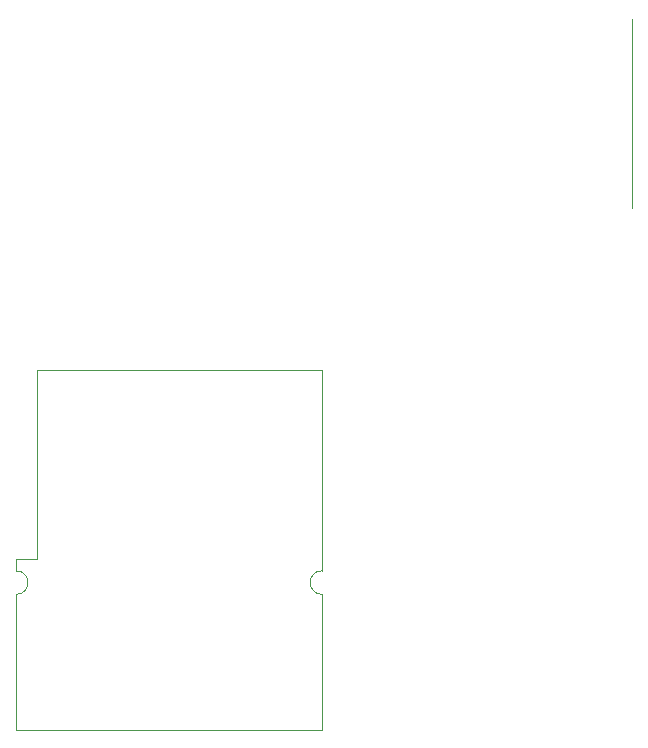
<source format=gbr>
%TF.GenerationSoftware,KiCad,Pcbnew,7.0.10*%
%TF.CreationDate,2024-04-17T19:12:29+01:00*%
%TF.ProjectId,ds_led_cart,64735f6c-6564-45f6-9361-72742e6b6963,rev?*%
%TF.SameCoordinates,Original*%
%TF.FileFunction,Profile,NP*%
%FSLAX46Y46*%
G04 Gerber Fmt 4.6, Leading zero omitted, Abs format (unit mm)*
G04 Created by KiCad (PCBNEW 7.0.10) date 2024-04-17 19:12:29*
%MOMM*%
%LPD*%
G01*
G04 APERTURE LIST*
%TA.AperFunction,Profile*%
%ADD10C,0.100000*%
%TD*%
G04 APERTURE END LIST*
D10*
X123287500Y-105740000D02*
X123295000Y-89740000D01*
X147435000Y-106740000D02*
X147435000Y-89740000D01*
X121520000Y-106740000D02*
X121520000Y-105740000D01*
X121520000Y-108740000D02*
G75*
G03*
X121520000Y-106740000I0J1000000D01*
G01*
X121520000Y-108740000D02*
X121520000Y-120190000D01*
X123295000Y-89740000D02*
X147435000Y-89740000D01*
X147460000Y-120190000D02*
X147435000Y-108740000D01*
X147460000Y-120190000D02*
X121520000Y-120190000D01*
X147435000Y-106740000D02*
G75*
G03*
X147435000Y-108740000I0J-1000000D01*
G01*
X173700000Y-76000000D02*
X173700000Y-60000000D01*
X123287500Y-105740000D02*
X121520000Y-105740000D01*
M02*

</source>
